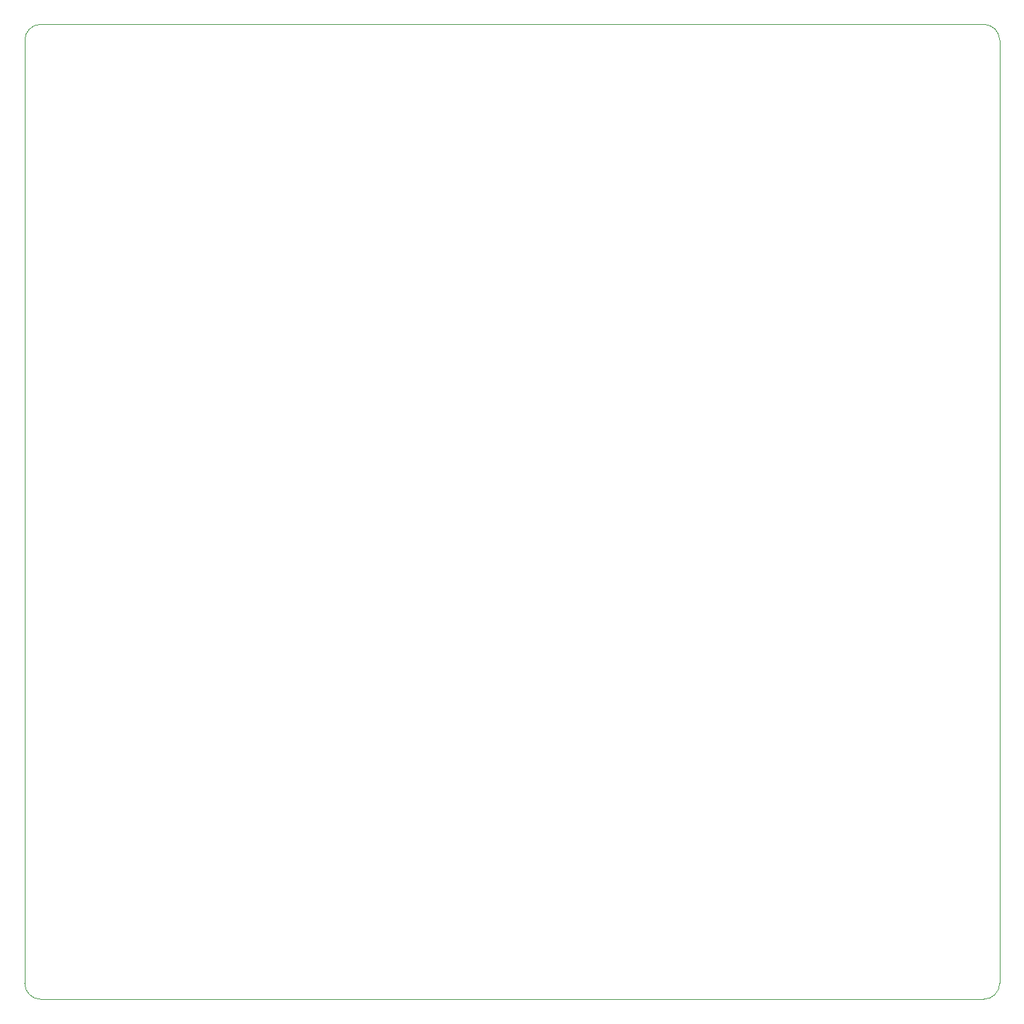
<source format=gbr>
G04 #@! TF.FileFunction,Profile,NP*
%FSLAX46Y46*%
G04 Gerber Fmt 4.6, Leading zero omitted, Abs format (unit mm)*
G04 Created by KiCad (PCBNEW 4.0.5-e0-6337~49~ubuntu16.04.1) date Mon Mar 13 23:20:30 2017*
%MOMM*%
%LPD*%
G01*
G04 APERTURE LIST*
%ADD10C,0.100000*%
G04 APERTURE END LIST*
D10*
X85000000Y-33000000D02*
X204000000Y-33000000D01*
X83000000Y-154000000D02*
X83000000Y-35000000D01*
X206000000Y-35000000D02*
X206000000Y-154000000D01*
X85000000Y-156000000D02*
X204000000Y-156000000D01*
X83000000Y-154000000D02*
G75*
G03X85000000Y-156000000I2000000J0D01*
G01*
X85000000Y-33000000D02*
G75*
G03X83000000Y-35000000I0J-2000000D01*
G01*
X206000000Y-35000000D02*
G75*
G03X204000000Y-33000000I-2000000J0D01*
G01*
X204000000Y-156000000D02*
G75*
G03X206000000Y-154000000I0J2000000D01*
G01*
M02*

</source>
